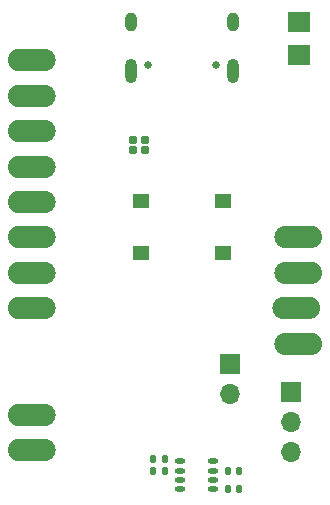
<source format=gts>
G04 #@! TF.GenerationSoftware,KiCad,Pcbnew,7.0.2*
G04 #@! TF.CreationDate,2023-08-11T05:28:22+05:00*
G04 #@! TF.ProjectId,Adafruit QT Py ESP32-C3,41646166-7275-4697-9420-515420507920,rev?*
G04 #@! TF.SameCoordinates,Original*
G04 #@! TF.FileFunction,Soldermask,Top*
G04 #@! TF.FilePolarity,Negative*
%FSLAX46Y46*%
G04 Gerber Fmt 4.6, Leading zero omitted, Abs format (unit mm)*
G04 Created by KiCad (PCBNEW 7.0.2) date 2023-08-11 05:28:22*
%MOMM*%
%LPD*%
G01*
G04 APERTURE LIST*
G04 Aperture macros list*
%AMRoundRect*
0 Rectangle with rounded corners*
0 $1 Rounding radius*
0 $2 $3 $4 $5 $6 $7 $8 $9 X,Y pos of 4 corners*
0 Add a 4 corners polygon primitive as box body*
4,1,4,$2,$3,$4,$5,$6,$7,$8,$9,$2,$3,0*
0 Add four circle primitives for the rounded corners*
1,1,$1+$1,$2,$3*
1,1,$1+$1,$4,$5*
1,1,$1+$1,$6,$7*
1,1,$1+$1,$8,$9*
0 Add four rect primitives between the rounded corners*
20,1,$1+$1,$2,$3,$4,$5,0*
20,1,$1+$1,$4,$5,$6,$7,0*
20,1,$1+$1,$6,$7,$8,$9,0*
20,1,$1+$1,$8,$9,$2,$3,0*%
G04 Aperture macros list end*
%ADD10O,3.657600X1.879600*%
%ADD11C,1.879600*%
%ADD12RoundRect,0.140000X0.140000X0.170000X-0.140000X0.170000X-0.140000X-0.170000X0.140000X-0.170000X0*%
%ADD13RoundRect,0.050800X0.900000X-0.800000X0.900000X0.800000X-0.900000X0.800000X-0.900000X-0.800000X0*%
%ADD14R,1.360000X1.230000*%
%ADD15RoundRect,0.050800X-0.250000X-0.250000X0.250000X-0.250000X0.250000X0.250000X-0.250000X0.250000X0*%
%ADD16O,0.900000X0.448000*%
%ADD17RoundRect,0.135000X0.135000X0.185000X-0.135000X0.185000X-0.135000X-0.185000X0.135000X-0.185000X0*%
%ADD18R,1.700000X1.700000*%
%ADD19O,1.700000X1.700000*%
%ADD20C,0.650000*%
%ADD21O,1.000000X1.600000*%
%ADD22O,1.000000X2.100000*%
G04 APERTURE END LIST*
D10*
G04 #@! TO.C,J7*
X135950000Y-132000000D03*
D11*
X134680000Y-132000000D03*
G04 #@! TD*
G04 #@! TO.C,J3*
X159428500Y-123000000D03*
D10*
X158158500Y-123000000D03*
G04 #@! TD*
D11*
G04 #@! TO.C,J6*
X159418500Y-114000000D03*
D10*
X158148500Y-114000000D03*
G04 #@! TD*
D11*
G04 #@! TO.C,J5*
X159418500Y-117000000D03*
D10*
X158148500Y-117000000D03*
G04 #@! TD*
D12*
G04 #@! TO.C,C12*
X153330000Y-133750000D03*
X152370000Y-133750000D03*
G04 #@! TD*
D11*
G04 #@! TO.C,J10*
X134680000Y-105000000D03*
D10*
X135950000Y-105000000D03*
G04 #@! TD*
D11*
G04 #@! TO.C,J9*
X134680000Y-102000000D03*
D10*
X135950000Y-102000000D03*
G04 #@! TD*
D13*
G04 #@! TO.C,X1*
X158420000Y-98590000D03*
X158420000Y-95790000D03*
G04 #@! TD*
D11*
G04 #@! TO.C,J16*
X134680000Y-99000000D03*
D10*
X135950000Y-99000000D03*
G04 #@! TD*
D11*
G04 #@! TO.C,J15*
X134680000Y-114000000D03*
D10*
X135950000Y-114000000D03*
G04 #@! TD*
D14*
G04 #@! TO.C,Q1*
X145000000Y-110925000D03*
X145000000Y-115295000D03*
G04 #@! TD*
D15*
G04 #@! TO.C,LED1*
X144350000Y-106630000D03*
X145350000Y-106630000D03*
X145350000Y-105730000D03*
X144350000Y-105730000D03*
G04 #@! TD*
D14*
G04 #@! TO.C,Q2*
X151930000Y-110925000D03*
X151930000Y-115295000D03*
G04 #@! TD*
D12*
G04 #@! TO.C,C5*
X153330000Y-135330000D03*
X152370000Y-135330000D03*
G04 #@! TD*
D16*
G04 #@! TO.C,U3*
X148300000Y-135339000D03*
X148300000Y-134539000D03*
X148300000Y-133739000D03*
X148300000Y-132939000D03*
X151100000Y-132939000D03*
X151100000Y-133739000D03*
X151100000Y-134539000D03*
X151100000Y-135339000D03*
G04 #@! TD*
D17*
G04 #@! TO.C,R22*
X146020000Y-132770000D03*
X147040000Y-132770000D03*
G04 #@! TD*
D11*
G04 #@! TO.C,J12*
X134680000Y-111000000D03*
D10*
X135950000Y-111000000D03*
G04 #@! TD*
D18*
G04 #@! TO.C,BZ1*
X152540000Y-124685000D03*
D19*
X152540000Y-127225000D03*
G04 #@! TD*
D11*
G04 #@! TO.C,J8*
X134680000Y-129000000D03*
D10*
X135950000Y-129000000D03*
G04 #@! TD*
G04 #@! TO.C,J13*
X135950000Y-120000000D03*
D11*
X134680000Y-120000000D03*
G04 #@! TD*
G04 #@! TO.C,J4*
X159209000Y-120000000D03*
D10*
X157939000Y-120000000D03*
G04 #@! TD*
D11*
G04 #@! TO.C,J11*
X134680000Y-108000000D03*
D10*
X135950000Y-108000000D03*
G04 #@! TD*
D19*
G04 #@! TO.C,J17*
X157700000Y-132135000D03*
X157700000Y-129595000D03*
D18*
X157700000Y-127055000D03*
G04 #@! TD*
D17*
G04 #@! TO.C,R23*
X146020000Y-133770000D03*
X147040000Y-133770000D03*
G04 #@! TD*
D11*
G04 #@! TO.C,J14*
X134680000Y-117000000D03*
D10*
X135950000Y-117000000D03*
G04 #@! TD*
D20*
G04 #@! TO.C,USB1*
X145600000Y-99415000D03*
X151380000Y-99415000D03*
D21*
X144170000Y-95765000D03*
D22*
X144170000Y-99945000D03*
D21*
X152810000Y-95765000D03*
D22*
X152810000Y-99945000D03*
G04 #@! TD*
M02*

</source>
